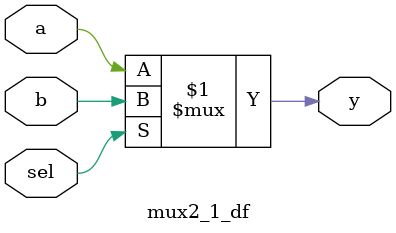
<source format=v>
module mux2_1_df(y,a,b,sel);
	input a,b,sel;
	output y;
	
	assign y = sel?b:a;
endmodule


</source>
